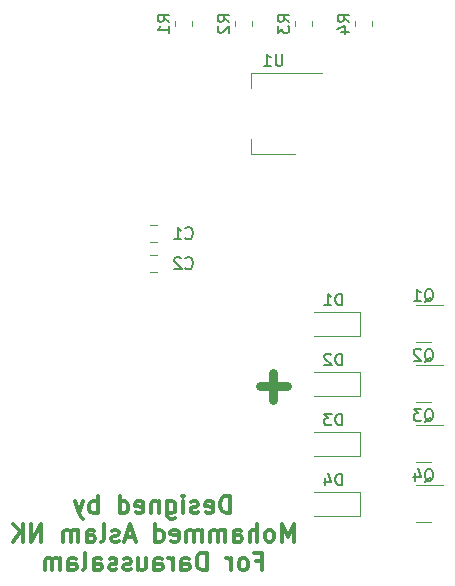
<source format=gbr>
%TF.GenerationSoftware,KiCad,Pcbnew,(6.0.4)*%
%TF.CreationDate,2022-04-18T16:03:53+05:30*%
%TF.ProjectId,esp32 switch,65737033-3220-4737-9769-7463682e6b69,rev?*%
%TF.SameCoordinates,Original*%
%TF.FileFunction,Legend,Bot*%
%TF.FilePolarity,Positive*%
%FSLAX46Y46*%
G04 Gerber Fmt 4.6, Leading zero omitted, Abs format (unit mm)*
G04 Created by KiCad (PCBNEW (6.0.4)) date 2022-04-18 16:03:53*
%MOMM*%
%LPD*%
G01*
G04 APERTURE LIST*
%ADD10C,0.750000*%
%ADD11C,0.300000*%
%ADD12C,0.150000*%
%ADD13C,0.120000*%
G04 APERTURE END LIST*
D10*
X130682857Y-91654285D02*
X128397142Y-91654285D01*
X129540000Y-92797142D02*
X129540000Y-90511428D01*
D11*
X125880000Y-102403571D02*
X125880000Y-100903571D01*
X125522857Y-100903571D01*
X125308571Y-100975000D01*
X125165714Y-101117857D01*
X125094285Y-101260714D01*
X125022857Y-101546428D01*
X125022857Y-101760714D01*
X125094285Y-102046428D01*
X125165714Y-102189285D01*
X125308571Y-102332142D01*
X125522857Y-102403571D01*
X125880000Y-102403571D01*
X123808571Y-102332142D02*
X123951428Y-102403571D01*
X124237142Y-102403571D01*
X124380000Y-102332142D01*
X124451428Y-102189285D01*
X124451428Y-101617857D01*
X124380000Y-101475000D01*
X124237142Y-101403571D01*
X123951428Y-101403571D01*
X123808571Y-101475000D01*
X123737142Y-101617857D01*
X123737142Y-101760714D01*
X124451428Y-101903571D01*
X123165714Y-102332142D02*
X123022857Y-102403571D01*
X122737142Y-102403571D01*
X122594285Y-102332142D01*
X122522857Y-102189285D01*
X122522857Y-102117857D01*
X122594285Y-101975000D01*
X122737142Y-101903571D01*
X122951428Y-101903571D01*
X123094285Y-101832142D01*
X123165714Y-101689285D01*
X123165714Y-101617857D01*
X123094285Y-101475000D01*
X122951428Y-101403571D01*
X122737142Y-101403571D01*
X122594285Y-101475000D01*
X121880000Y-102403571D02*
X121880000Y-101403571D01*
X121880000Y-100903571D02*
X121951428Y-100975000D01*
X121880000Y-101046428D01*
X121808571Y-100975000D01*
X121880000Y-100903571D01*
X121880000Y-101046428D01*
X120522857Y-101403571D02*
X120522857Y-102617857D01*
X120594285Y-102760714D01*
X120665714Y-102832142D01*
X120808571Y-102903571D01*
X121022857Y-102903571D01*
X121165714Y-102832142D01*
X120522857Y-102332142D02*
X120665714Y-102403571D01*
X120951428Y-102403571D01*
X121094285Y-102332142D01*
X121165714Y-102260714D01*
X121237142Y-102117857D01*
X121237142Y-101689285D01*
X121165714Y-101546428D01*
X121094285Y-101475000D01*
X120951428Y-101403571D01*
X120665714Y-101403571D01*
X120522857Y-101475000D01*
X119808571Y-101403571D02*
X119808571Y-102403571D01*
X119808571Y-101546428D02*
X119737142Y-101475000D01*
X119594285Y-101403571D01*
X119380000Y-101403571D01*
X119237142Y-101475000D01*
X119165714Y-101617857D01*
X119165714Y-102403571D01*
X117880000Y-102332142D02*
X118022857Y-102403571D01*
X118308571Y-102403571D01*
X118451428Y-102332142D01*
X118522857Y-102189285D01*
X118522857Y-101617857D01*
X118451428Y-101475000D01*
X118308571Y-101403571D01*
X118022857Y-101403571D01*
X117880000Y-101475000D01*
X117808571Y-101617857D01*
X117808571Y-101760714D01*
X118522857Y-101903571D01*
X116522857Y-102403571D02*
X116522857Y-100903571D01*
X116522857Y-102332142D02*
X116665714Y-102403571D01*
X116951428Y-102403571D01*
X117094285Y-102332142D01*
X117165714Y-102260714D01*
X117237142Y-102117857D01*
X117237142Y-101689285D01*
X117165714Y-101546428D01*
X117094285Y-101475000D01*
X116951428Y-101403571D01*
X116665714Y-101403571D01*
X116522857Y-101475000D01*
X114665714Y-102403571D02*
X114665714Y-100903571D01*
X114665714Y-101475000D02*
X114522857Y-101403571D01*
X114237142Y-101403571D01*
X114094285Y-101475000D01*
X114022857Y-101546428D01*
X113951428Y-101689285D01*
X113951428Y-102117857D01*
X114022857Y-102260714D01*
X114094285Y-102332142D01*
X114237142Y-102403571D01*
X114522857Y-102403571D01*
X114665714Y-102332142D01*
X113451428Y-101403571D02*
X113094285Y-102403571D01*
X112737142Y-101403571D02*
X113094285Y-102403571D01*
X113237142Y-102760714D01*
X113308571Y-102832142D01*
X113451428Y-102903571D01*
X131237142Y-104818571D02*
X131237142Y-103318571D01*
X130737142Y-104390000D01*
X130237142Y-103318571D01*
X130237142Y-104818571D01*
X129308571Y-104818571D02*
X129451428Y-104747142D01*
X129522857Y-104675714D01*
X129594285Y-104532857D01*
X129594285Y-104104285D01*
X129522857Y-103961428D01*
X129451428Y-103890000D01*
X129308571Y-103818571D01*
X129094285Y-103818571D01*
X128951428Y-103890000D01*
X128880000Y-103961428D01*
X128808571Y-104104285D01*
X128808571Y-104532857D01*
X128880000Y-104675714D01*
X128951428Y-104747142D01*
X129094285Y-104818571D01*
X129308571Y-104818571D01*
X128165714Y-104818571D02*
X128165714Y-103318571D01*
X127522857Y-104818571D02*
X127522857Y-104032857D01*
X127594285Y-103890000D01*
X127737142Y-103818571D01*
X127951428Y-103818571D01*
X128094285Y-103890000D01*
X128165714Y-103961428D01*
X126165714Y-104818571D02*
X126165714Y-104032857D01*
X126237142Y-103890000D01*
X126380000Y-103818571D01*
X126665714Y-103818571D01*
X126808571Y-103890000D01*
X126165714Y-104747142D02*
X126308571Y-104818571D01*
X126665714Y-104818571D01*
X126808571Y-104747142D01*
X126880000Y-104604285D01*
X126880000Y-104461428D01*
X126808571Y-104318571D01*
X126665714Y-104247142D01*
X126308571Y-104247142D01*
X126165714Y-104175714D01*
X125451428Y-104818571D02*
X125451428Y-103818571D01*
X125451428Y-103961428D02*
X125380000Y-103890000D01*
X125237142Y-103818571D01*
X125022857Y-103818571D01*
X124880000Y-103890000D01*
X124808571Y-104032857D01*
X124808571Y-104818571D01*
X124808571Y-104032857D02*
X124737142Y-103890000D01*
X124594285Y-103818571D01*
X124380000Y-103818571D01*
X124237142Y-103890000D01*
X124165714Y-104032857D01*
X124165714Y-104818571D01*
X123451428Y-104818571D02*
X123451428Y-103818571D01*
X123451428Y-103961428D02*
X123380000Y-103890000D01*
X123237142Y-103818571D01*
X123022857Y-103818571D01*
X122880000Y-103890000D01*
X122808571Y-104032857D01*
X122808571Y-104818571D01*
X122808571Y-104032857D02*
X122737142Y-103890000D01*
X122594285Y-103818571D01*
X122380000Y-103818571D01*
X122237142Y-103890000D01*
X122165714Y-104032857D01*
X122165714Y-104818571D01*
X120880000Y-104747142D02*
X121022857Y-104818571D01*
X121308571Y-104818571D01*
X121451428Y-104747142D01*
X121522857Y-104604285D01*
X121522857Y-104032857D01*
X121451428Y-103890000D01*
X121308571Y-103818571D01*
X121022857Y-103818571D01*
X120880000Y-103890000D01*
X120808571Y-104032857D01*
X120808571Y-104175714D01*
X121522857Y-104318571D01*
X119522857Y-104818571D02*
X119522857Y-103318571D01*
X119522857Y-104747142D02*
X119665714Y-104818571D01*
X119951428Y-104818571D01*
X120094285Y-104747142D01*
X120165714Y-104675714D01*
X120237142Y-104532857D01*
X120237142Y-104104285D01*
X120165714Y-103961428D01*
X120094285Y-103890000D01*
X119951428Y-103818571D01*
X119665714Y-103818571D01*
X119522857Y-103890000D01*
X117737142Y-104390000D02*
X117022857Y-104390000D01*
X117880000Y-104818571D02*
X117380000Y-103318571D01*
X116880000Y-104818571D01*
X116451428Y-104747142D02*
X116308571Y-104818571D01*
X116022857Y-104818571D01*
X115880000Y-104747142D01*
X115808571Y-104604285D01*
X115808571Y-104532857D01*
X115880000Y-104390000D01*
X116022857Y-104318571D01*
X116237142Y-104318571D01*
X116380000Y-104247142D01*
X116451428Y-104104285D01*
X116451428Y-104032857D01*
X116380000Y-103890000D01*
X116237142Y-103818571D01*
X116022857Y-103818571D01*
X115880000Y-103890000D01*
X114951428Y-104818571D02*
X115094285Y-104747142D01*
X115165714Y-104604285D01*
X115165714Y-103318571D01*
X113737142Y-104818571D02*
X113737142Y-104032857D01*
X113808571Y-103890000D01*
X113951428Y-103818571D01*
X114237142Y-103818571D01*
X114380000Y-103890000D01*
X113737142Y-104747142D02*
X113880000Y-104818571D01*
X114237142Y-104818571D01*
X114380000Y-104747142D01*
X114451428Y-104604285D01*
X114451428Y-104461428D01*
X114380000Y-104318571D01*
X114237142Y-104247142D01*
X113880000Y-104247142D01*
X113737142Y-104175714D01*
X113022857Y-104818571D02*
X113022857Y-103818571D01*
X113022857Y-103961428D02*
X112951428Y-103890000D01*
X112808571Y-103818571D01*
X112594285Y-103818571D01*
X112451428Y-103890000D01*
X112380000Y-104032857D01*
X112380000Y-104818571D01*
X112380000Y-104032857D02*
X112308571Y-103890000D01*
X112165714Y-103818571D01*
X111951428Y-103818571D01*
X111808571Y-103890000D01*
X111737142Y-104032857D01*
X111737142Y-104818571D01*
X109880000Y-104818571D02*
X109880000Y-103318571D01*
X109022857Y-104818571D01*
X109022857Y-103318571D01*
X108308571Y-104818571D02*
X108308571Y-103318571D01*
X107451428Y-104818571D02*
X108094285Y-103961428D01*
X107451428Y-103318571D02*
X108308571Y-104175714D01*
X128094285Y-106447857D02*
X128594285Y-106447857D01*
X128594285Y-107233571D02*
X128594285Y-105733571D01*
X127880000Y-105733571D01*
X127094285Y-107233571D02*
X127237142Y-107162142D01*
X127308571Y-107090714D01*
X127380000Y-106947857D01*
X127380000Y-106519285D01*
X127308571Y-106376428D01*
X127237142Y-106305000D01*
X127094285Y-106233571D01*
X126880000Y-106233571D01*
X126737142Y-106305000D01*
X126665714Y-106376428D01*
X126594285Y-106519285D01*
X126594285Y-106947857D01*
X126665714Y-107090714D01*
X126737142Y-107162142D01*
X126880000Y-107233571D01*
X127094285Y-107233571D01*
X125951428Y-107233571D02*
X125951428Y-106233571D01*
X125951428Y-106519285D02*
X125880000Y-106376428D01*
X125808571Y-106305000D01*
X125665714Y-106233571D01*
X125522857Y-106233571D01*
X123880000Y-107233571D02*
X123880000Y-105733571D01*
X123522857Y-105733571D01*
X123308571Y-105805000D01*
X123165714Y-105947857D01*
X123094285Y-106090714D01*
X123022857Y-106376428D01*
X123022857Y-106590714D01*
X123094285Y-106876428D01*
X123165714Y-107019285D01*
X123308571Y-107162142D01*
X123522857Y-107233571D01*
X123880000Y-107233571D01*
X121737142Y-107233571D02*
X121737142Y-106447857D01*
X121808571Y-106305000D01*
X121951428Y-106233571D01*
X122237142Y-106233571D01*
X122380000Y-106305000D01*
X121737142Y-107162142D02*
X121880000Y-107233571D01*
X122237142Y-107233571D01*
X122380000Y-107162142D01*
X122451428Y-107019285D01*
X122451428Y-106876428D01*
X122380000Y-106733571D01*
X122237142Y-106662142D01*
X121880000Y-106662142D01*
X121737142Y-106590714D01*
X121022857Y-107233571D02*
X121022857Y-106233571D01*
X121022857Y-106519285D02*
X120951428Y-106376428D01*
X120880000Y-106305000D01*
X120737142Y-106233571D01*
X120594285Y-106233571D01*
X119451428Y-107233571D02*
X119451428Y-106447857D01*
X119522857Y-106305000D01*
X119665714Y-106233571D01*
X119951428Y-106233571D01*
X120094285Y-106305000D01*
X119451428Y-107162142D02*
X119594285Y-107233571D01*
X119951428Y-107233571D01*
X120094285Y-107162142D01*
X120165714Y-107019285D01*
X120165714Y-106876428D01*
X120094285Y-106733571D01*
X119951428Y-106662142D01*
X119594285Y-106662142D01*
X119451428Y-106590714D01*
X118094285Y-106233571D02*
X118094285Y-107233571D01*
X118737142Y-106233571D02*
X118737142Y-107019285D01*
X118665714Y-107162142D01*
X118522857Y-107233571D01*
X118308571Y-107233571D01*
X118165714Y-107162142D01*
X118094285Y-107090714D01*
X117451428Y-107162142D02*
X117308571Y-107233571D01*
X117022857Y-107233571D01*
X116880000Y-107162142D01*
X116808571Y-107019285D01*
X116808571Y-106947857D01*
X116880000Y-106805000D01*
X117022857Y-106733571D01*
X117237142Y-106733571D01*
X117380000Y-106662142D01*
X117451428Y-106519285D01*
X117451428Y-106447857D01*
X117380000Y-106305000D01*
X117237142Y-106233571D01*
X117022857Y-106233571D01*
X116880000Y-106305000D01*
X116237142Y-107162142D02*
X116094285Y-107233571D01*
X115808571Y-107233571D01*
X115665714Y-107162142D01*
X115594285Y-107019285D01*
X115594285Y-106947857D01*
X115665714Y-106805000D01*
X115808571Y-106733571D01*
X116022857Y-106733571D01*
X116165714Y-106662142D01*
X116237142Y-106519285D01*
X116237142Y-106447857D01*
X116165714Y-106305000D01*
X116022857Y-106233571D01*
X115808571Y-106233571D01*
X115665714Y-106305000D01*
X114308571Y-107233571D02*
X114308571Y-106447857D01*
X114380000Y-106305000D01*
X114522857Y-106233571D01*
X114808571Y-106233571D01*
X114951428Y-106305000D01*
X114308571Y-107162142D02*
X114451428Y-107233571D01*
X114808571Y-107233571D01*
X114951428Y-107162142D01*
X115022857Y-107019285D01*
X115022857Y-106876428D01*
X114951428Y-106733571D01*
X114808571Y-106662142D01*
X114451428Y-106662142D01*
X114308571Y-106590714D01*
X113380000Y-107233571D02*
X113522857Y-107162142D01*
X113594285Y-107019285D01*
X113594285Y-105733571D01*
X112165714Y-107233571D02*
X112165714Y-106447857D01*
X112237142Y-106305000D01*
X112380000Y-106233571D01*
X112665714Y-106233571D01*
X112808571Y-106305000D01*
X112165714Y-107162142D02*
X112308571Y-107233571D01*
X112665714Y-107233571D01*
X112808571Y-107162142D01*
X112880000Y-107019285D01*
X112880000Y-106876428D01*
X112808571Y-106733571D01*
X112665714Y-106662142D01*
X112308571Y-106662142D01*
X112165714Y-106590714D01*
X111451428Y-107233571D02*
X111451428Y-106233571D01*
X111451428Y-106376428D02*
X111380000Y-106305000D01*
X111237142Y-106233571D01*
X111022857Y-106233571D01*
X110880000Y-106305000D01*
X110808571Y-106447857D01*
X110808571Y-107233571D01*
X110808571Y-106447857D02*
X110737142Y-106305000D01*
X110594285Y-106233571D01*
X110380000Y-106233571D01*
X110237142Y-106305000D01*
X110165714Y-106447857D01*
X110165714Y-107233571D01*
D12*
%TO.C,Q3*%
X142335238Y-94667619D02*
X142430476Y-94620000D01*
X142525714Y-94524761D01*
X142668571Y-94381904D01*
X142763809Y-94334285D01*
X142859047Y-94334285D01*
X142811428Y-94572380D02*
X142906666Y-94524761D01*
X143001904Y-94429523D01*
X143049523Y-94239047D01*
X143049523Y-93905714D01*
X143001904Y-93715238D01*
X142906666Y-93620000D01*
X142811428Y-93572380D01*
X142620952Y-93572380D01*
X142525714Y-93620000D01*
X142430476Y-93715238D01*
X142382857Y-93905714D01*
X142382857Y-94239047D01*
X142430476Y-94429523D01*
X142525714Y-94524761D01*
X142620952Y-94572380D01*
X142811428Y-94572380D01*
X142049523Y-93572380D02*
X141430476Y-93572380D01*
X141763809Y-93953333D01*
X141620952Y-93953333D01*
X141525714Y-94000952D01*
X141478095Y-94048571D01*
X141430476Y-94143809D01*
X141430476Y-94381904D01*
X141478095Y-94477142D01*
X141525714Y-94524761D01*
X141620952Y-94572380D01*
X141906666Y-94572380D01*
X142001904Y-94524761D01*
X142049523Y-94477142D01*
%TO.C,D1*%
X135358095Y-84812380D02*
X135358095Y-83812380D01*
X135120000Y-83812380D01*
X134977142Y-83860000D01*
X134881904Y-83955238D01*
X134834285Y-84050476D01*
X134786666Y-84240952D01*
X134786666Y-84383809D01*
X134834285Y-84574285D01*
X134881904Y-84669523D01*
X134977142Y-84764761D01*
X135120000Y-84812380D01*
X135358095Y-84812380D01*
X133834285Y-84812380D02*
X134405714Y-84812380D01*
X134120000Y-84812380D02*
X134120000Y-83812380D01*
X134215238Y-83955238D01*
X134310476Y-84050476D01*
X134405714Y-84098095D01*
%TO.C,U1*%
X130301904Y-63532380D02*
X130301904Y-64341904D01*
X130254285Y-64437142D01*
X130206666Y-64484761D01*
X130111428Y-64532380D01*
X129920952Y-64532380D01*
X129825714Y-64484761D01*
X129778095Y-64437142D01*
X129730476Y-64341904D01*
X129730476Y-63532380D01*
X128730476Y-64532380D02*
X129301904Y-64532380D01*
X129016190Y-64532380D02*
X129016190Y-63532380D01*
X129111428Y-63675238D01*
X129206666Y-63770476D01*
X129301904Y-63818095D01*
%TO.C,Q4*%
X142335238Y-99747619D02*
X142430476Y-99700000D01*
X142525714Y-99604761D01*
X142668571Y-99461904D01*
X142763809Y-99414285D01*
X142859047Y-99414285D01*
X142811428Y-99652380D02*
X142906666Y-99604761D01*
X143001904Y-99509523D01*
X143049523Y-99319047D01*
X143049523Y-98985714D01*
X143001904Y-98795238D01*
X142906666Y-98700000D01*
X142811428Y-98652380D01*
X142620952Y-98652380D01*
X142525714Y-98700000D01*
X142430476Y-98795238D01*
X142382857Y-98985714D01*
X142382857Y-99319047D01*
X142430476Y-99509523D01*
X142525714Y-99604761D01*
X142620952Y-99652380D01*
X142811428Y-99652380D01*
X141525714Y-98985714D02*
X141525714Y-99652380D01*
X141763809Y-98604761D02*
X142001904Y-99319047D01*
X141382857Y-99319047D01*
%TO.C,Q2*%
X142335238Y-89587619D02*
X142430476Y-89540000D01*
X142525714Y-89444761D01*
X142668571Y-89301904D01*
X142763809Y-89254285D01*
X142859047Y-89254285D01*
X142811428Y-89492380D02*
X142906666Y-89444761D01*
X143001904Y-89349523D01*
X143049523Y-89159047D01*
X143049523Y-88825714D01*
X143001904Y-88635238D01*
X142906666Y-88540000D01*
X142811428Y-88492380D01*
X142620952Y-88492380D01*
X142525714Y-88540000D01*
X142430476Y-88635238D01*
X142382857Y-88825714D01*
X142382857Y-89159047D01*
X142430476Y-89349523D01*
X142525714Y-89444761D01*
X142620952Y-89492380D01*
X142811428Y-89492380D01*
X142001904Y-88587619D02*
X141954285Y-88540000D01*
X141859047Y-88492380D01*
X141620952Y-88492380D01*
X141525714Y-88540000D01*
X141478095Y-88587619D01*
X141430476Y-88682857D01*
X141430476Y-88778095D01*
X141478095Y-88920952D01*
X142049523Y-89492380D01*
X141430476Y-89492380D01*
%TO.C,D4*%
X135358095Y-100052380D02*
X135358095Y-99052380D01*
X135120000Y-99052380D01*
X134977142Y-99100000D01*
X134881904Y-99195238D01*
X134834285Y-99290476D01*
X134786666Y-99480952D01*
X134786666Y-99623809D01*
X134834285Y-99814285D01*
X134881904Y-99909523D01*
X134977142Y-100004761D01*
X135120000Y-100052380D01*
X135358095Y-100052380D01*
X133929523Y-99385714D02*
X133929523Y-100052380D01*
X134167619Y-99004761D02*
X134405714Y-99719047D01*
X133786666Y-99719047D01*
%TO.C,Q1*%
X142335238Y-84507619D02*
X142430476Y-84460000D01*
X142525714Y-84364761D01*
X142668571Y-84221904D01*
X142763809Y-84174285D01*
X142859047Y-84174285D01*
X142811428Y-84412380D02*
X142906666Y-84364761D01*
X143001904Y-84269523D01*
X143049523Y-84079047D01*
X143049523Y-83745714D01*
X143001904Y-83555238D01*
X142906666Y-83460000D01*
X142811428Y-83412380D01*
X142620952Y-83412380D01*
X142525714Y-83460000D01*
X142430476Y-83555238D01*
X142382857Y-83745714D01*
X142382857Y-84079047D01*
X142430476Y-84269523D01*
X142525714Y-84364761D01*
X142620952Y-84412380D01*
X142811428Y-84412380D01*
X141430476Y-84412380D02*
X142001904Y-84412380D01*
X141716190Y-84412380D02*
X141716190Y-83412380D01*
X141811428Y-83555238D01*
X141906666Y-83650476D01*
X142001904Y-83698095D01*
%TO.C,D3*%
X135358095Y-94972380D02*
X135358095Y-93972380D01*
X135120000Y-93972380D01*
X134977142Y-94020000D01*
X134881904Y-94115238D01*
X134834285Y-94210476D01*
X134786666Y-94400952D01*
X134786666Y-94543809D01*
X134834285Y-94734285D01*
X134881904Y-94829523D01*
X134977142Y-94924761D01*
X135120000Y-94972380D01*
X135358095Y-94972380D01*
X134453333Y-93972380D02*
X133834285Y-93972380D01*
X134167619Y-94353333D01*
X134024761Y-94353333D01*
X133929523Y-94400952D01*
X133881904Y-94448571D01*
X133834285Y-94543809D01*
X133834285Y-94781904D01*
X133881904Y-94877142D01*
X133929523Y-94924761D01*
X134024761Y-94972380D01*
X134310476Y-94972380D01*
X134405714Y-94924761D01*
X134453333Y-94877142D01*
%TO.C,R4*%
X135962380Y-60793333D02*
X135486190Y-60460000D01*
X135962380Y-60221904D02*
X134962380Y-60221904D01*
X134962380Y-60602857D01*
X135010000Y-60698095D01*
X135057619Y-60745714D01*
X135152857Y-60793333D01*
X135295714Y-60793333D01*
X135390952Y-60745714D01*
X135438571Y-60698095D01*
X135486190Y-60602857D01*
X135486190Y-60221904D01*
X135295714Y-61650476D02*
X135962380Y-61650476D01*
X134914761Y-61412380D02*
X135629047Y-61174285D01*
X135629047Y-61793333D01*
%TO.C,D2*%
X135358095Y-89892380D02*
X135358095Y-88892380D01*
X135120000Y-88892380D01*
X134977142Y-88940000D01*
X134881904Y-89035238D01*
X134834285Y-89130476D01*
X134786666Y-89320952D01*
X134786666Y-89463809D01*
X134834285Y-89654285D01*
X134881904Y-89749523D01*
X134977142Y-89844761D01*
X135120000Y-89892380D01*
X135358095Y-89892380D01*
X134405714Y-88987619D02*
X134358095Y-88940000D01*
X134262857Y-88892380D01*
X134024761Y-88892380D01*
X133929523Y-88940000D01*
X133881904Y-88987619D01*
X133834285Y-89082857D01*
X133834285Y-89178095D01*
X133881904Y-89320952D01*
X134453333Y-89892380D01*
X133834285Y-89892380D01*
%TO.C,C1*%
X122086666Y-79097142D02*
X122134285Y-79144761D01*
X122277142Y-79192380D01*
X122372380Y-79192380D01*
X122515238Y-79144761D01*
X122610476Y-79049523D01*
X122658095Y-78954285D01*
X122705714Y-78763809D01*
X122705714Y-78620952D01*
X122658095Y-78430476D01*
X122610476Y-78335238D01*
X122515238Y-78240000D01*
X122372380Y-78192380D01*
X122277142Y-78192380D01*
X122134285Y-78240000D01*
X122086666Y-78287619D01*
X121134285Y-79192380D02*
X121705714Y-79192380D01*
X121420000Y-79192380D02*
X121420000Y-78192380D01*
X121515238Y-78335238D01*
X121610476Y-78430476D01*
X121705714Y-78478095D01*
%TO.C,R3*%
X130882380Y-60793333D02*
X130406190Y-60460000D01*
X130882380Y-60221904D02*
X129882380Y-60221904D01*
X129882380Y-60602857D01*
X129930000Y-60698095D01*
X129977619Y-60745714D01*
X130072857Y-60793333D01*
X130215714Y-60793333D01*
X130310952Y-60745714D01*
X130358571Y-60698095D01*
X130406190Y-60602857D01*
X130406190Y-60221904D01*
X129882380Y-61126666D02*
X129882380Y-61745714D01*
X130263333Y-61412380D01*
X130263333Y-61555238D01*
X130310952Y-61650476D01*
X130358571Y-61698095D01*
X130453809Y-61745714D01*
X130691904Y-61745714D01*
X130787142Y-61698095D01*
X130834761Y-61650476D01*
X130882380Y-61555238D01*
X130882380Y-61269523D01*
X130834761Y-61174285D01*
X130787142Y-61126666D01*
%TO.C,R2*%
X125802380Y-60793333D02*
X125326190Y-60460000D01*
X125802380Y-60221904D02*
X124802380Y-60221904D01*
X124802380Y-60602857D01*
X124850000Y-60698095D01*
X124897619Y-60745714D01*
X124992857Y-60793333D01*
X125135714Y-60793333D01*
X125230952Y-60745714D01*
X125278571Y-60698095D01*
X125326190Y-60602857D01*
X125326190Y-60221904D01*
X124897619Y-61174285D02*
X124850000Y-61221904D01*
X124802380Y-61317142D01*
X124802380Y-61555238D01*
X124850000Y-61650476D01*
X124897619Y-61698095D01*
X124992857Y-61745714D01*
X125088095Y-61745714D01*
X125230952Y-61698095D01*
X125802380Y-61126666D01*
X125802380Y-61745714D01*
%TO.C,R1*%
X120722380Y-60793333D02*
X120246190Y-60460000D01*
X120722380Y-60221904D02*
X119722380Y-60221904D01*
X119722380Y-60602857D01*
X119770000Y-60698095D01*
X119817619Y-60745714D01*
X119912857Y-60793333D01*
X120055714Y-60793333D01*
X120150952Y-60745714D01*
X120198571Y-60698095D01*
X120246190Y-60602857D01*
X120246190Y-60221904D01*
X120722380Y-61745714D02*
X120722380Y-61174285D01*
X120722380Y-61460000D02*
X119722380Y-61460000D01*
X119865238Y-61364761D01*
X119960476Y-61269523D01*
X120008095Y-61174285D01*
%TO.C,C2*%
X122086666Y-81637142D02*
X122134285Y-81684761D01*
X122277142Y-81732380D01*
X122372380Y-81732380D01*
X122515238Y-81684761D01*
X122610476Y-81589523D01*
X122658095Y-81494285D01*
X122705714Y-81303809D01*
X122705714Y-81160952D01*
X122658095Y-80970476D01*
X122610476Y-80875238D01*
X122515238Y-80780000D01*
X122372380Y-80732380D01*
X122277142Y-80732380D01*
X122134285Y-80780000D01*
X122086666Y-80827619D01*
X121705714Y-80827619D02*
X121658095Y-80780000D01*
X121562857Y-80732380D01*
X121324761Y-80732380D01*
X121229523Y-80780000D01*
X121181904Y-80827619D01*
X121134285Y-80922857D01*
X121134285Y-81018095D01*
X121181904Y-81160952D01*
X121753333Y-81732380D01*
X121134285Y-81732380D01*
D13*
%TO.C,Q3*%
X142240000Y-98080000D02*
X142890000Y-98080000D01*
X142240000Y-98080000D02*
X141590000Y-98080000D01*
X142240000Y-94960000D02*
X143915000Y-94960000D01*
X142240000Y-94960000D02*
X141590000Y-94960000D01*
%TO.C,D1*%
X136870000Y-85360000D02*
X132970000Y-85360000D01*
X136870000Y-85360000D02*
X136870000Y-87360000D01*
X136870000Y-87360000D02*
X132970000Y-87360000D01*
%TO.C,U1*%
X127630000Y-71990000D02*
X127630000Y-70730000D01*
X133640000Y-65170000D02*
X127630000Y-65170000D01*
X131390000Y-71990000D02*
X127630000Y-71990000D01*
X127630000Y-65170000D02*
X127630000Y-66430000D01*
%TO.C,Q4*%
X142240000Y-103160000D02*
X141590000Y-103160000D01*
X142240000Y-100040000D02*
X143915000Y-100040000D01*
X142240000Y-103160000D02*
X142890000Y-103160000D01*
X142240000Y-100040000D02*
X141590000Y-100040000D01*
%TO.C,Q2*%
X142240000Y-93000000D02*
X142890000Y-93000000D01*
X142240000Y-93000000D02*
X141590000Y-93000000D01*
X142240000Y-89880000D02*
X143915000Y-89880000D01*
X142240000Y-89880000D02*
X141590000Y-89880000D01*
%TO.C,D4*%
X136870000Y-100600000D02*
X132970000Y-100600000D01*
X136870000Y-102600000D02*
X132970000Y-102600000D01*
X136870000Y-100600000D02*
X136870000Y-102600000D01*
%TO.C,Q1*%
X142240000Y-84800000D02*
X143915000Y-84800000D01*
X142240000Y-84800000D02*
X141590000Y-84800000D01*
X142240000Y-87920000D02*
X141590000Y-87920000D01*
X142240000Y-87920000D02*
X142890000Y-87920000D01*
%TO.C,D3*%
X136870000Y-95520000D02*
X136870000Y-97520000D01*
X136870000Y-97520000D02*
X132970000Y-97520000D01*
X136870000Y-95520000D02*
X132970000Y-95520000D01*
%TO.C,R4*%
X136425000Y-60732936D02*
X136425000Y-61187064D01*
X137895000Y-60732936D02*
X137895000Y-61187064D01*
%TO.C,D2*%
X136870000Y-90440000D02*
X132970000Y-90440000D01*
X136870000Y-92440000D02*
X132970000Y-92440000D01*
X136870000Y-90440000D02*
X136870000Y-92440000D01*
%TO.C,C1*%
X119641252Y-80545000D02*
X119118748Y-80545000D01*
X119641252Y-82015000D02*
X119118748Y-82015000D01*
%TO.C,R3*%
X131345000Y-60732936D02*
X131345000Y-61187064D01*
X132815000Y-60732936D02*
X132815000Y-61187064D01*
%TO.C,R2*%
X126265000Y-60732936D02*
X126265000Y-61187064D01*
X127735000Y-60732936D02*
X127735000Y-61187064D01*
%TO.C,R1*%
X121185000Y-60732936D02*
X121185000Y-61187064D01*
X122655000Y-60732936D02*
X122655000Y-61187064D01*
%TO.C,C2*%
X119118748Y-79475000D02*
X119641252Y-79475000D01*
X119118748Y-78005000D02*
X119641252Y-78005000D01*
%TD*%
M02*

</source>
